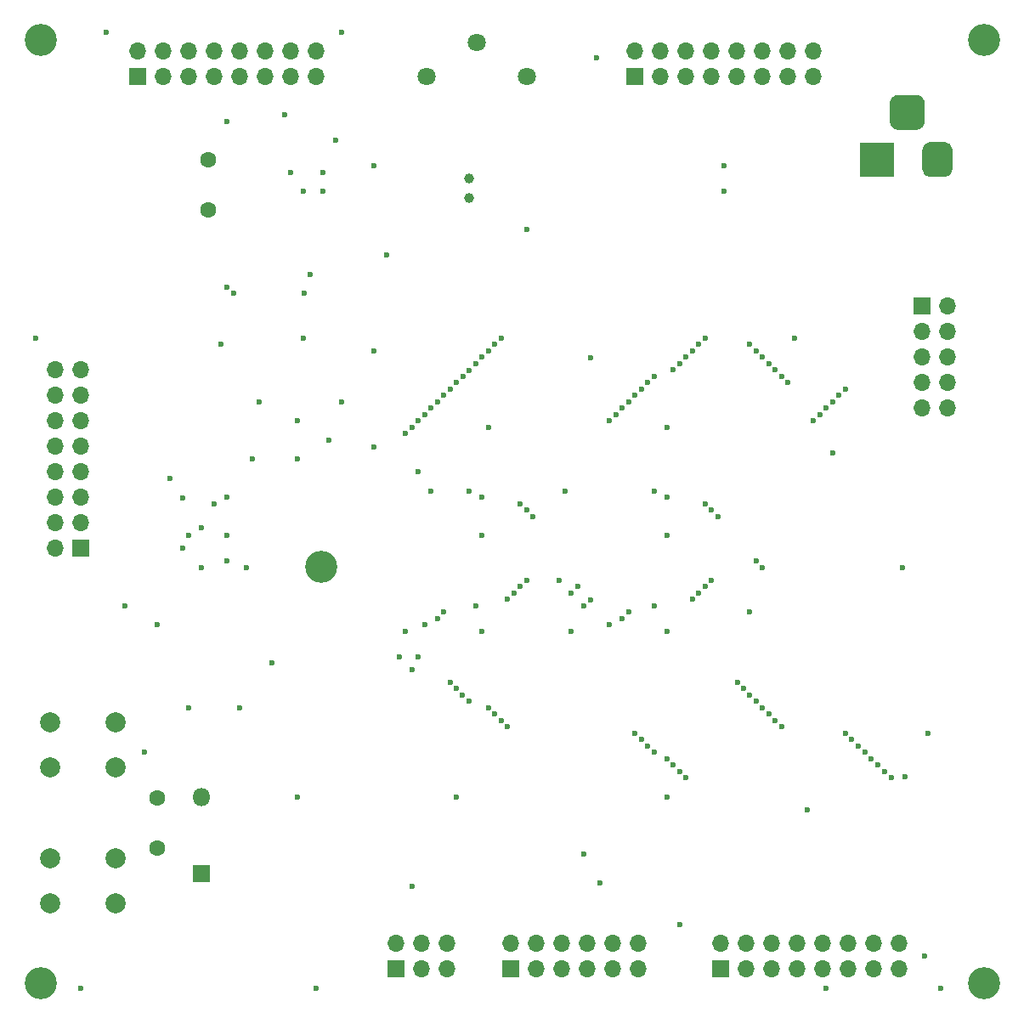
<source format=gbs>
G04 #@! TF.GenerationSoftware,KiCad,Pcbnew,(5.1.9)-1*
G04 #@! TF.CreationDate,2021-09-19T14:37:10+09:00*
G04 #@! TF.ProjectId,DragonOne_cpu_rev03,44726167-6f6e-44f6-9e65-5f6370755f72,0.3*
G04 #@! TF.SameCoordinates,PX5e78920PY8d19d38*
G04 #@! TF.FileFunction,Soldermask,Bot*
G04 #@! TF.FilePolarity,Negative*
%FSLAX46Y46*%
G04 Gerber Fmt 4.6, Leading zero omitted, Abs format (unit mm)*
G04 Created by KiCad (PCBNEW (5.1.9)-1) date 2021-09-19 14:37:10*
%MOMM*%
%LPD*%
G01*
G04 APERTURE LIST*
%ADD10C,2.000000*%
%ADD11C,3.200000*%
%ADD12C,1.000000*%
%ADD13R,3.500000X3.500000*%
%ADD14O,1.800000X1.800000*%
%ADD15R,1.800000X1.800000*%
%ADD16O,1.700000X1.700000*%
%ADD17R,1.700000X1.700000*%
%ADD18C,1.600000*%
%ADD19C,1.800000*%
%ADD20C,0.600000*%
G04 APERTURE END LIST*
D10*
X10500000Y15500000D03*
X10500000Y11000000D03*
X4000000Y15500000D03*
X4000000Y11000000D03*
D11*
X31000000Y44500000D03*
D12*
X45720000Y83180000D03*
X45720000Y81280000D03*
G36*
G01*
X91110000Y90665000D02*
X91110000Y88915000D01*
G75*
G02*
X90235000Y88040000I-875000J0D01*
G01*
X88485000Y88040000D01*
G75*
G02*
X87610000Y88915000I0J875000D01*
G01*
X87610000Y90665000D01*
G75*
G02*
X88485000Y91540000I875000J0D01*
G01*
X90235000Y91540000D01*
G75*
G02*
X91110000Y90665000I0J-875000D01*
G01*
G37*
G36*
G01*
X93860000Y86090000D02*
X93860000Y84090000D01*
G75*
G02*
X93110000Y83340000I-750000J0D01*
G01*
X91610000Y83340000D01*
G75*
G02*
X90860000Y84090000I0J750000D01*
G01*
X90860000Y86090000D01*
G75*
G02*
X91610000Y86840000I750000J0D01*
G01*
X93110000Y86840000D01*
G75*
G02*
X93860000Y86090000I0J-750000D01*
G01*
G37*
D13*
X86360000Y85090000D03*
D14*
X19050000Y21590000D03*
D15*
X19050000Y13970000D03*
D16*
X62535000Y6985000D03*
X62535000Y4445000D03*
X59995000Y6985000D03*
X59995000Y4445000D03*
X57455000Y6985000D03*
X57455000Y4445000D03*
X54915000Y6985000D03*
X54915000Y4445000D03*
X52375000Y6985000D03*
X52375000Y4445000D03*
X49835000Y6985000D03*
D17*
X49835000Y4445000D03*
D16*
X43485000Y6985000D03*
X43485000Y4445000D03*
X40945000Y6985000D03*
X40945000Y4445000D03*
X38405000Y6985000D03*
D17*
X38405000Y4445000D03*
D18*
X19685000Y80090000D03*
X19685000Y85090000D03*
X14605000Y21510000D03*
X14605000Y16510000D03*
D19*
X51435000Y93395000D03*
X41435000Y93395000D03*
X46435000Y96795000D03*
D16*
X93345000Y60325000D03*
X90805000Y60325000D03*
X93345000Y62865000D03*
X90805000Y62865000D03*
X93345000Y65405000D03*
X90805000Y65405000D03*
X93345000Y67945000D03*
X90805000Y67945000D03*
X93345000Y70485000D03*
D17*
X90805000Y70485000D03*
D11*
X97000000Y3000000D03*
X3000000Y97000000D03*
X97000000Y97000000D03*
X3000000Y3000000D03*
D16*
X4445000Y64135000D03*
X6985000Y64135000D03*
X4445000Y61595000D03*
X6985000Y61595000D03*
X4445000Y59055000D03*
X6985000Y59055000D03*
X4445000Y56515000D03*
X6985000Y56515000D03*
X4445000Y53975000D03*
X6985000Y53975000D03*
X4445000Y51435000D03*
X6985000Y51435000D03*
X4445000Y48895000D03*
X6985000Y48895000D03*
X4445000Y46355000D03*
D17*
X6985000Y46355000D03*
D16*
X30480000Y95885000D03*
X30480000Y93345000D03*
X27940000Y95885000D03*
X27940000Y93345000D03*
X25400000Y95885000D03*
X25400000Y93345000D03*
X22860000Y95885000D03*
X22860000Y93345000D03*
X20320000Y95885000D03*
X20320000Y93345000D03*
X17780000Y95885000D03*
X17780000Y93345000D03*
X15240000Y95885000D03*
X15240000Y93345000D03*
X12700000Y95885000D03*
D17*
X12700000Y93345000D03*
D16*
X80010000Y95885000D03*
X80010000Y93345000D03*
X77470000Y95885000D03*
X77470000Y93345000D03*
X74930000Y95885000D03*
X74930000Y93345000D03*
X72390000Y95885000D03*
X72390000Y93345000D03*
X69850000Y95885000D03*
X69850000Y93345000D03*
X67310000Y95885000D03*
X67310000Y93345000D03*
X64770000Y95885000D03*
X64770000Y93345000D03*
X62230000Y95885000D03*
D17*
X62230000Y93345000D03*
D16*
X88570000Y6985000D03*
X88570000Y4445000D03*
X86030000Y6985000D03*
X86030000Y4445000D03*
X83490000Y6985000D03*
X83490000Y4445000D03*
X80950000Y6985000D03*
X80950000Y4445000D03*
X78410000Y6985000D03*
X78410000Y4445000D03*
X75870000Y6985000D03*
X75870000Y4445000D03*
X73330000Y6985000D03*
X73330000Y4445000D03*
X70790000Y6985000D03*
D17*
X70790000Y4445000D03*
D10*
X10500000Y29000000D03*
X10500000Y24500000D03*
X4000000Y29000000D03*
X4000000Y24500000D03*
D20*
X29210000Y67310000D03*
X28575000Y55245000D03*
X33020000Y60960000D03*
X29269000Y71755000D03*
X22225000Y71755000D03*
X28575000Y59055000D03*
X92710000Y2540000D03*
X30480000Y2540000D03*
X6985000Y2540000D03*
X66675000Y8890000D03*
X28575000Y21590000D03*
X51435000Y78105000D03*
X33020000Y97790000D03*
X9525000Y97790000D03*
X2540000Y67310000D03*
X11430000Y40640000D03*
X44450000Y21590000D03*
X46990000Y47625000D03*
X65405000Y47625000D03*
X40005000Y34290000D03*
X79375000Y20320000D03*
X91440000Y27940000D03*
X65405000Y21590000D03*
X32385000Y86995000D03*
X58420000Y95250000D03*
X81280000Y2540000D03*
X91110000Y5715000D03*
X21590000Y88900000D03*
X14605000Y38735000D03*
X29210000Y81915000D03*
X31115000Y81915000D03*
X27940000Y83820000D03*
X31115000Y83820000D03*
X89128127Y23648198D03*
X17779995Y47625005D03*
X57150000Y15875000D03*
X41910000Y52070000D03*
X43180000Y40005000D03*
X61595000Y40005000D03*
X73660000Y40005000D03*
X40005000Y58420000D03*
X47625000Y58420000D03*
X46990000Y51435000D03*
X65404986Y51435000D03*
X17145000Y46355000D03*
X13335000Y26035000D03*
X39370000Y57785000D03*
X65405000Y58420000D03*
X40640000Y53975010D03*
X40640000Y35559988D03*
X20320000Y50800000D03*
X17145000Y51375594D03*
X21590000Y45085000D03*
X40005000Y12700004D03*
X58725000Y13000023D03*
X36195000Y56496700D03*
X24130000Y55245000D03*
X37465000Y75565000D03*
X36195000Y66040021D03*
X24765005Y60960005D03*
X39370008Y38100000D03*
X55880000Y38100000D03*
X46990000Y38100000D03*
X65405000Y38100000D03*
X71120000Y81915000D03*
X71120000Y84455000D03*
X51435000Y50165000D03*
X69850000Y50165000D03*
X50800000Y50800000D03*
X69215000Y50800000D03*
X48895000Y67310000D03*
X69250000Y67275000D03*
X78105000Y67310000D03*
X48260000Y66675000D03*
X68580000Y66675000D03*
X73660000Y66675000D03*
X47625000Y66040000D03*
X67945000Y66040000D03*
X74295000Y66040000D03*
X46990002Y65405002D03*
X67310000Y65405000D03*
X57802000Y65388000D03*
X74930000Y65405000D03*
X49530000Y41275000D03*
X57802000Y41258000D03*
X67945000Y41275000D03*
X46355000Y64770000D03*
X66675000Y64770000D03*
X75565000Y64770000D03*
X45720000Y64100012D03*
X66040000Y64135000D03*
X76200000Y64135000D03*
X45085001Y63500001D03*
X64135000Y63500000D03*
X76835000Y63500000D03*
X44450000Y62865000D03*
X63500000Y62865000D03*
X77470000Y62865000D03*
X43815000Y62230000D03*
X62865000Y62230000D03*
X83185002Y62230000D03*
X43180000Y61595000D03*
X62230000Y61595000D03*
X82550000Y61595000D03*
X42545000Y60960000D03*
X61595000Y60960000D03*
X81915000Y60960000D03*
X41910000Y60325000D03*
X60960000Y60325000D03*
X81280000Y60325000D03*
X41275000Y59690000D03*
X60325000Y59690000D03*
X80645000Y59690000D03*
X40640000Y59055000D03*
X59690000Y59055000D03*
X80010000Y59055000D03*
X41275000Y38800010D03*
X59690000Y38800010D03*
X17780000Y30480000D03*
X22860000Y30480000D03*
X26035000Y34925002D03*
X38735000Y35560000D03*
X72496772Y33020000D03*
X43815000Y33020000D03*
X73025000Y32385000D03*
X44450000Y32385000D03*
X73660000Y31750000D03*
X45068634Y31750000D03*
X74295000Y31115000D03*
X45720000Y31116096D03*
X74930000Y30480000D03*
X47627146Y30507688D03*
X75565000Y29845000D03*
X48263880Y29845000D03*
X76179000Y29210000D03*
X48895000Y29210000D03*
X76835000Y28575000D03*
X49529986Y28575000D03*
X62229992Y27940000D03*
X83185000Y27940016D03*
X62865000Y27305000D03*
X83820000Y27305000D03*
X63500000Y26670000D03*
X84454994Y26669994D03*
X64135016Y26035000D03*
X85125010Y26038773D03*
X65405000Y25400000D03*
X85725000Y25400014D03*
X66040000Y24765000D03*
X86425010Y24775195D03*
X66675000Y24130000D03*
X87082473Y24129407D03*
X67310000Y23495000D03*
X87758905Y23495000D03*
X23495000Y44450000D03*
X42545000Y39370000D03*
X60959994Y39370000D03*
X36195000Y84455000D03*
X31750000Y57150004D03*
X21590000Y51435000D03*
X81915000Y55880000D03*
X74295000Y45085000D03*
X21590000Y47625042D03*
X74930000Y44450000D03*
X15874996Y53340000D03*
X29845000Y73660000D03*
X21590000Y72390000D03*
X27305000Y89535000D03*
X88900000Y44450000D03*
X46355000Y40640000D03*
X57150000Y40640000D03*
X64134994Y40640000D03*
X50800000Y42545000D03*
X56515000Y42545000D03*
X69215000Y42545000D03*
X50165000Y41910000D03*
X55880000Y41910000D03*
X68580000Y41910000D03*
X45720000Y52070000D03*
X55245001Y52069999D03*
X64135000Y52070000D03*
X69850000Y43180000D03*
X54644999Y43145001D03*
X51435000Y43180000D03*
X52069985Y49530015D03*
X70485000Y49530000D03*
X19077345Y48424544D03*
X20955000Y66675000D03*
X19071000Y44450000D03*
M02*

</source>
